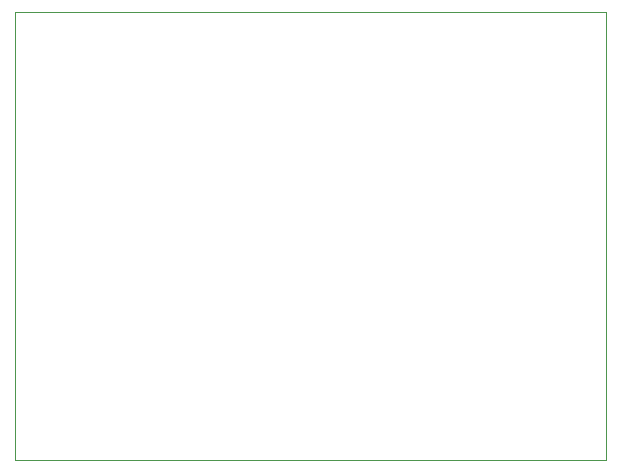
<source format=gbr>
%TF.GenerationSoftware,KiCad,Pcbnew,8.0.4*%
%TF.CreationDate,2024-08-12T23:01:29-04:00*%
%TF.ProjectId,SAMD21_MIDI_SPEAKER,53414d44-3231-45f4-9d49-44495f535045,rev?*%
%TF.SameCoordinates,Original*%
%TF.FileFunction,Profile,NP*%
%FSLAX46Y46*%
G04 Gerber Fmt 4.6, Leading zero omitted, Abs format (unit mm)*
G04 Created by KiCad (PCBNEW 8.0.4) date 2024-08-12 23:01:29*
%MOMM*%
%LPD*%
G01*
G04 APERTURE LIST*
%TA.AperFunction,Profile*%
%ADD10C,0.050000*%
%TD*%
G04 APERTURE END LIST*
D10*
X150000000Y-86000000D02*
X151000000Y-86000000D01*
X150000000Y-48000000D02*
X150000000Y-86000000D01*
X200000000Y-48000000D02*
X150000000Y-48000000D01*
X200000000Y-86000000D02*
X200000000Y-48000000D01*
X151000000Y-86000000D02*
X200000000Y-86000000D01*
M02*

</source>
